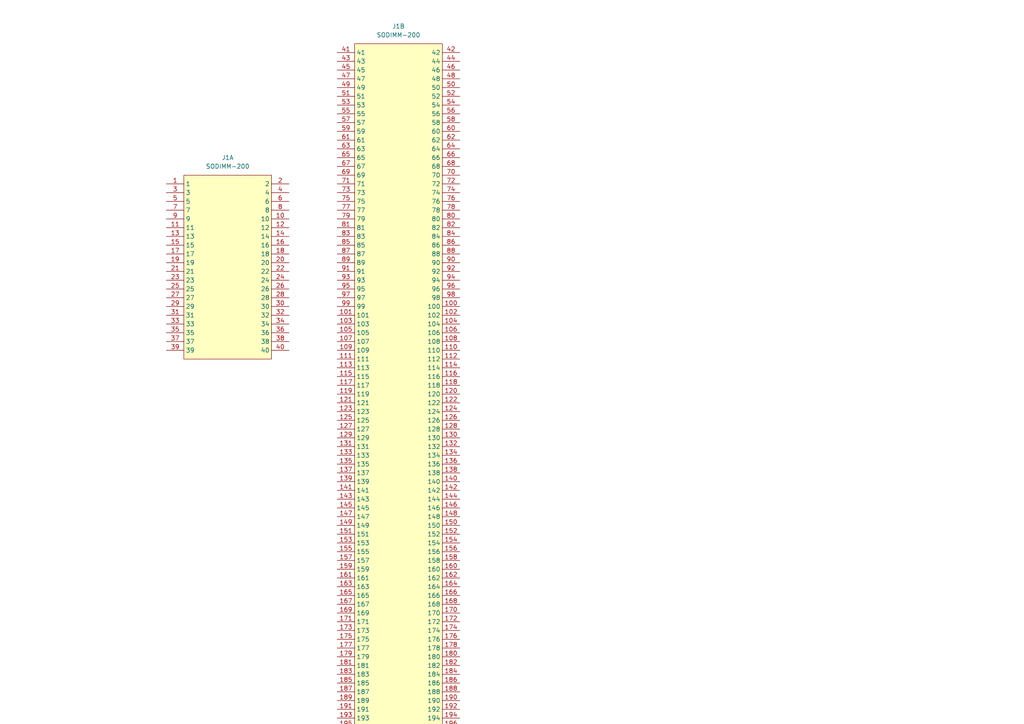
<source format=kicad_sch>
(kicad_sch (version 20231120) (generator "eeschema") (generator_version "8.0")
  (paper "A4")
  (lib_symbols
    (symbol "Connector:SODIMM-200"
      (property "Reference" "J" (at 0 1.27 0))
      (property "Value" "SODIMM-200" (at 0 -1.27 0))
      (symbol "SODIMM-200_1_1"
        (rectangle (start -12.7 25.4) (end 12.7 -27.94) (fill (type background)))
        (pin passive line (at -17.78 22.86 0) (length 5.08) (name "1") (number "1"))
        (pin passive line (at 17.78 12.7 180) (length 5.08) (name "10") (number "10"))
        (pin passive line (at -17.78 10.16 0) (length 5.08) (name "11") (number "11"))
        (pin passive line (at 17.78 10.16 180) (length 5.08) (name "12") (number "12"))
        (pin passive line (at -17.78 7.62 0) (length 5.08) (name "13") (number "13"))
        (pin passive line (at 17.78 7.62 180) (length 5.08) (name "14") (number "14"))
        (pin passive line (at -17.78 5.08 0) (length 5.08) (name "15") (number "15"))
        (pin passive line (at 17.78 5.08 180) (length 5.08) (name "16") (number "16"))
        (pin passive line (at -17.78 2.54 0) (length 5.08) (name "17") (number "17"))
        (pin passive line (at 17.78 2.54 180) (length 5.08) (name "18") (number "18"))
        (pin passive line (at -17.78 0 0) (length 5.08) (name "19") (number "19"))
        (pin passive line (at 17.78 22.86 180) (length 5.08) (name "2") (number "2"))
        (pin passive line (at 17.78 0 180) (length 5.08) (name "20") (number "20"))
        (pin passive line (at -17.78 -2.54 0) (length 5.08) (name "21") (number "21"))
        (pin passive line (at 17.78 -2.54 180) (length 5.08) (name "22") (number "22"))
        (pin passive line (at -17.78 -5.08 0) (length 5.08) (name "23") (number "23"))
        (pin passive line (at 17.78 -5.08 180) (length 5.08) (name "24") (number "24"))
        (pin passive line (at -17.78 -7.62 0) (length 5.08) (name "25") (number "25"))
        (pin passive line (at 17.78 -7.62 180) (length 5.08) (name "26") (number "26"))
        (pin passive line (at -17.78 -10.16 0) (length 5.08) (name "27") (number "27"))
        (pin passive line (at 17.78 -10.16 180) (length 5.08) (name "28") (number "28"))
        (pin passive line (at -17.78 -12.7 0) (length 5.08) (name "29") (number "29"))
        (pin passive line (at -17.78 20.32 0) (length 5.08) (name "3") (number "3"))
        (pin passive line (at 17.78 -12.7 180) (length 5.08) (name "30") (number "30"))
        (pin passive line (at -17.78 -15.24 0) (length 5.08) (name "31") (number "31"))
        (pin passive line (at 17.78 -15.24 180) (length 5.08) (name "32") (number "32"))
        (pin passive line (at -17.78 -17.78 0) (length 5.08) (name "33") (number "33"))
        (pin passive line (at 17.78 -17.78 180) (length 5.08) (name "34") (number "34"))
        (pin passive line (at -17.78 -20.32 0) (length 5.08) (name "35") (number "35"))
        (pin passive line (at 17.78 -20.32 180) (length 5.08) (name "36") (number "36"))
        (pin passive line (at -17.78 -22.86 0) (length 5.08) (name "37") (number "37"))
        (pin passive line (at 17.78 -22.86 180) (length 5.08) (name "38") (number "38"))
        (pin passive line (at -17.78 -25.4 0) (length 5.08) (name "39") (number "39"))
        (pin passive line (at 17.78 20.32 180) (length 5.08) (name "4") (number "4"))
        (pin passive line (at 17.78 -25.4 180) (length 5.08) (name "40") (number "40"))
        (pin passive line (at -17.78 17.78 0) (length 5.08) (name "5") (number "5"))
        (pin passive line (at 17.78 17.78 180) (length 5.08) (name "6") (number "6"))
        (pin passive line (at -17.78 15.24 0) (length 5.08) (name "7") (number "7"))
        (pin passive line (at 17.78 15.24 180) (length 5.08) (name "8") (number "8"))
        (pin passive line (at -17.78 12.7 0) (length 5.08) (name "9") (number "9"))
      )
      (symbol "SODIMM-200_2_1"
        (rectangle (start -12.7 -104.14) (end 12.7 101.6) (fill (type background)))
        (pin passive line (at 17.78 25.4 180) (length 5.08) (name "100") (number "100"))
        (pin passive line (at -17.78 22.86 0) (length 5.08) (name "101") (number "101"))
        (pin passive line (at 17.78 22.86 180) (length 5.08) (name "102") (number "102"))
        (pin passive line (at -17.78 20.32 0) (length 5.08) (name "103") (number "103"))
        (pin passive line (at 17.78 20.32 180) (length 5.08) (name "104") (number "104"))
        (pin passive line (at -17.78 17.78 0) (length 5.08) (name "105") (number "105"))
        (pin passive line (at 17.78 17.78 180) (length 5.08) (name "106") (number "106"))
        (pin passive line (at -17.78 15.24 0) (length 5.08) (name "107") (number "107"))
        (pin passive line (at 17.78 15.24 180) (length 5.08) (name "108") (number "108"))
        (pin passive line (at -17.78 12.7 0) (length 5.08) (name "109") (number "109"))
        (pin passive line (at 17.78 12.7 180) (length 5.08) (name "110") (number "110"))
        (pin passive line (at -17.78 10.16 0) (length 5.08) (name "111") (number "111"))
        (pin passive line (at 17.78 10.16 180) (length 5.08) (name "112") (number "112"))
        (pin passive line (at -17.78 7.62 0) (length 5.08) (name "113") (number "113"))
        (pin passive line (at 17.78 7.62 180) (length 5.08) (name "114") (number "114"))
        (pin passive line (at -17.78 5.08 0) (length 5.08) (name "115") (number "115"))
        (pin passive line (at 17.78 5.08 180) (length 5.08) (name "116") (number "116"))
        (pin passive line (at -17.78 2.54 0) (length 5.08) (name "117") (number "117"))
        (pin passive line (at 17.78 2.54 180) (length 5.08) (name "118") (number "118"))
        (pin passive line (at -17.78 0 0) (length 5.08) (name "119") (number "119"))
        (pin passive line (at 17.78 0 180) (length 5.08) (name "120") (number "120"))
        (pin passive line (at -17.78 -2.54 0) (length 5.08) (name "121") (number "121"))
        (pin passive line (at 17.78 -2.54 180) (length 5.08) (name "122") (number "122"))
        (pin passive line (at -17.78 -5.08 0) (length 5.08) (name "123") (number "123"))
        (pin passive line (at 17.78 -5.08 180) (length 5.08) (name "124") (number "124"))
        (pin passive line (at -17.78 -7.62 0) (length 5.08) (name "125") (number "125"))
        (pin passive line (at 17.78 -7.62 180) (length 5.08) (name "126") (number "126"))
        (pin passive line (at -17.78 -10.16 0) (length 5.08) (name "127") (number "127"))
        (pin passive line (at 17.78 -10.16 180) (length 5.08) (name "128") (number "128"))
        (pin passive line (at -17.78 -12.7 0) (length 5.08) (name "129") (number "129"))
        (pin passive line (at 17.78 -12.7 180) (length 5.08) (name "130") (number "130"))
        (pin passive line (at -17.78 -15.24 0) (length 5.08) (name "131") (number "131"))
        (pin passive line (at 17.78 -15.24 180) (length 5.08) (name "132") (number "132"))
        (pin passive line (at -17.78 -17.78 0) (length 5.08) (name "133") (number "133"))
        (pin passive line (at 17.78 -17.78 180) (length 5.08) (name "134") (number "134"))
        (pin passive line (at -17.78 -20.32 0) (length 5.08) (name "135") (number "135"))
        (pin passive line (at 17.78 -20.32 180) (length 5.08) (name "136") (number "136"))
        (pin passive line (at -17.78 -22.86 0) (length 5.08) (name "137") (number "137"))
        (pin passive line (at 17.78 -22.86 180) (length 5.08) (name "138") (number "138"))
        (pin passive line (at -17.78 -25.4 0) (length 5.08) (name "139") (number "139"))
        (pin passive line (at 17.78 -25.4 180) (length 5.08) (name "140") (number "140"))
        (pin passive line (at -17.78 -27.94 0) (length 5.08) (name "141") (number "141"))
        (pin passive line (at 17.78 -27.94 180) (length 5.08) (name "142") (number "142"))
        (pin passive line (at -17.78 -30.48 0) (length 5.08) (name "143") (number "143"))
        (pin passive line (at 17.78 -30.48 180) (length 5.08) (name "144") (number "144"))
        (pin passive line (at -17.78 -33.02 0) (length 5.08) (name "145") (number "145"))
        (pin passive line (at 17.78 -33.02 180) (length 5.08) (name "146") (number "146"))
        (pin passive line (at -17.78 -35.56 0) (length 5.08) (name "147") (number "147"))
        (pin passive line (at 17.78 -35.56 180) (length 5.08) (name "148") (number "148"))
        (pin passive line (at -17.78 -38.1 0) (length 5.08) (name "149") (number "149"))
        (pin passive line (at 17.78 -38.1 180) (length 5.08) (name "150") (number "150"))
        (pin passive line (at -17.78 -40.64 0) (length 5.08) (name "151") (number "151"))
        (pin passive line (at 17.78 -40.64 180) (length 5.08) (name "152") (number "152"))
        (pin passive line (at -17.78 -43.18 0) (length 5.08) (name "153") (number "153"))
        (pin passive line (at 17.78 -43.18 180) (length 5.08) (name "154") (number "154"))
        (pin passive line (at -17.78 -45.72 0) (length 5.08) (name "155") (number "155"))
        (pin passive line (at 17.78 -45.72 180) (length 5.08) (name "156") (number "156"))
        (pin passive line (at -17.78 -48.26 0) (length 5.08) (name "157") (number "157"))
        (pin passive line (at 17.78 -48.26 180) (length 5.08) (name "158") (number "158"))
        (pin passive line (at -17.78 -50.8 0) (length 5.08) (name "159") (number "159"))
        (pin passive line (at 17.78 -50.8 180) (length 5.08) (name "160") (number "160"))
        (pin passive line (at -17.78 -53.34 0) (length 5.08) (name "161") (number "161"))
        (pin passive line (at 17.78 -53.34 180) (length 5.08) (name "162") (number "162"))
        (pin passive line (at -17.78 -55.88 0) (length 5.08) (name "163") (number "163"))
        (pin passive line (at 17.78 -55.88 180) (length 5.08) (name "164") (number "164"))
        (pin passive line (at -17.78 -58.42 0) (length 5.08) (name "165") (number "165"))
        (pin passive line (at 17.78 -58.42 180) (length 5.08) (name "166") (number "166"))
        (pin passive line (at -17.78 -60.96 0) (length 5.08) (name "167") (number "167"))
        (pin passive line (at 17.78 -60.96 180) (length 5.08) (name "168") (number "168"))
        (pin passive line (at -17.78 -63.5 0) (length 5.08) (name "169") (number "169"))
        (pin passive line (at 17.78 -63.5 180) (length 5.08) (name "170") (number "170"))
        (pin passive line (at -17.78 -66.04 0) (length 5.08) (name "171") (number "171"))
        (pin passive line (at 17.78 -66.04 180) (length 5.08) (name "172") (number "172"))
        (pin passive line (at -17.78 -68.58 0) (length 5.08) (name "173") (number "173"))
        (pin passive line (at 17.78 -68.58 180) (length 5.08) (name "174") (number "174"))
        (pin passive line (at -17.78 -71.12 0) (length 5.08) (name "175") (number "175"))
        (pin passive line (at 17.78 -71.12 180) (length 5.08) (name "176") (number "176"))
        (pin passive line (at -17.78 -73.66 0) (length 5.08) (name "177") (number "177"))
        (pin passive line (at 17.78 -73.66 180) (length 5.08) (name "178") (number "178"))
        (pin passive line (at -17.78 -76.2 0) (length 5.08) (name "179") (number "179"))
        (pin passive line (at 17.78 -76.2 180) (length 5.08) (name "180") (number "180"))
        (pin passive line (at -17.78 -78.74 0) (length 5.08) (name "181") (number "181"))
        (pin passive line (at 17.78 -78.74 180) (length 5.08) (name "182") (number "182"))
        (pin passive line (at -17.78 -81.28 0) (length 5.08) (name "183") (number "183"))
        (pin passive line (at 17.78 -81.28 180) (length 5.08) (name "184") (number "184"))
        (pin passive line (at -17.78 -83.82 0) (length 5.08) (name "185") (number "185"))
        (pin passive line (at 17.78 -83.82 180) (length 5.08) (name "186") (number "186"))
        (pin passive line (at -17.78 -86.36 0) (length 5.08) (name "187") (number "187"))
        (pin passive line (at 17.78 -86.36 180) (length 5.08) (name "188") (number "188"))
        (pin passive line (at -17.78 -88.9 0) (length 5.08) (name "189") (number "189"))
        (pin passive line (at 17.78 -88.9 180) (length 5.08) (name "190") (number "190"))
        (pin passive line (at -17.78 -91.44 0) (length 5.08) (name "191") (number "191"))
        (pin passive line (at 17.78 -91.44 180) (length 5.08) (name "192") (number "192"))
        (pin passive line (at -17.78 -93.98 0) (length 5.08) (name "193") (number "193"))
        (pin passive line (at 17.78 -93.98 180) (length 5.08) (name "194") (number "194"))
        (pin passive line (at -17.78 -96.52 0) (length 5.08) (name "195") (number "195"))
        (pin passive line (at 17.78 -96.52 180) (length 5.08) (name "196") (number "196"))
        (pin passive line (at -17.78 -99.06 0) (length 5.08) (name "197") (number "197"))
        (pin passive line (at 17.78 -99.06 180) (length 5.08) (name "198") (number "198"))
        (pin passive line (at -17.78 -101.6 0) (length 5.08) (name "199") (number "199"))
        (pin passive line (at 17.78 -101.6 180) (length 5.08) (name "200") (number "200"))
        (pin passive line (at -17.78 99.06 0) (length 5.08) (name "41") (number "41"))
        (pin passive line (at 17.78 99.06 180) (length 5.08) (name "42") (number "42"))
        (pin passive line (at -17.78 96.52 0) (length 5.08) (name "43") (number "43"))
        (pin passive line (at 17.78 96.52 180) (length 5.08) (name "44") (number "44"))
        (pin passive line (at -17.78 93.98 0) (length 5.08) (name "45") (number "45"))
        (pin passive line (at 17.78 93.98 180) (length 5.08) (name "46") (number "46"))
        (pin passive line (at -17.78 91.44 0) (length 5.08) (name "47") (number "47"))
        (pin passive line (at 17.78 91.44 180) (length 5.08) (name "48") (number "48"))
        (pin passive line (at -17.78 88.9 0) (length 5.08) (name "49") (number "49"))
        (pin passive line (at 17.78 88.9 180) (length 5.08) (name "50") (number "50"))
        (pin passive line (at -17.78 86.36 0) (length 5.08) (name "51") (number "51"))
        (pin passive line (at 17.78 86.36 180) (length 5.08) (name "52") (number "52"))
        (pin passive line (at -17.78 83.82 0) (length 5.08) (name "53") (number "53"))
        (pin passive line (at 17.78 83.82 180) (length 5.08) (name "54") (number "54"))
        (pin passive line (at -17.78 81.28 0) (length 5.08) (name "55") (number "55"))
        (pin passive line (at 17.78 81.28 180) (length 5.08) (name "56") (number "56"))
        (pin passive line (at -17.78 78.74 0) (length 5.08) (name "57") (number "57"))
        (pin passive line (at 17.78 78.74 180) (length 5.08) (name "58") (number "58"))
        (pin passive line (at -17.78 76.2 0) (length 5.08) (name "59") (number "59"))
        (pin passive line (at 17.78 76.2 180) (length 5.08) (name "60") (number "60"))
        (pin passive line (at -17.78 73.66 0) (length 5.08) (name "61") (number "61"))
        (pin passive line (at 17.78 73.66 180) (length 5.08) (name "62") (number "62"))
        (pin passive line (at -17.78 71.12 0) (length 5.08) (name "63") (number "63"))
        (pin passive line (at 17.78 71.12 180) (length 5.08) (name "64") (number "64"))
        (pin passive line (at -17.78 68.58 0) (length 5.08) (name "65") (number "65"))
        (pin passive line (at 17.78 68.58 180) (length 5.08) (name "66") (number "66"))
        (pin passive line (at -17.78 66.04 0) (length 5.08) (name "67") (number "67"))
        (pin passive line (at 17.78 66.04 180) (length 5.08) (name "68") (number "68"))
        (pin passive line (at -17.78 63.5 0) (length 5.08) (name "69") (number "69"))
        (pin passive line (at 17.78 63.5 180) (length 5.08) (name "70") (number "70"))
        (pin passive line (at -17.78 60.96 0) (length 5.08) (name "71") (number "71"))
        (pin passive line (at 17.78 60.96 180) (length 5.08) (name "72") (number "72"))
        (pin passive line (at -17.78 58.42 0) (length 5.08) (name "73") (number "73"))
        (pin passive line (at 17.78 58.42 180) (length 5.08) (name "74") (number "74"))
        (pin passive line (at -17.78 55.88 0) (length 5.08) (name "75") (number "75"))
        (pin passive line (at 17.78 55.88 180) (length 5.08) (name "76") (number "76"))
        (pin passive line (at -17.78 53.34 0) (length 5.08) (name "77") (number "77"))
        (pin passive line (at 17.78 53.34 180) (length 5.08) (name "78") (number "78"))
        (pin passive line (at -17.78 50.8 0) (length 5.08) (name "79") (number "79"))
        (pin passive line (at 17.78 50.8 180) (length 5.08) (name "80") (number "80"))
        (pin passive line (at -17.78 48.26 0) (length 5.08) (name "81") (number "81"))
        (pin passive line (at 17.78 48.26 180) (length 5.08) (name "82") (number "82"))
        (pin passive line (at -17.78 45.72 0) (length 5.08) (name "83") (number "83"))
        (pin passive line (at 17.78 45.72 180) (length 5.08) (name "84") (number "84"))
        (pin passive line (at -17.78 43.18 0) (length 5.08) (name "85") (number "85"))
        (pin passive line (at 17.78 43.18 180) (length 5.08) (name "86") (number "86"))
        (pin passive line (at -17.78 40.64 0) (length 5.08) (name "87") (number "87"))
        (pin passive line (at 17.78 40.64 180) (length 5.08) (name "88") (number "88"))
        (pin passive line (at -17.78 38.1 0) (length 5.08) (name "89") (number "89"))
        (pin passive line (at 17.78 38.1 180) (length 5.08) (name "90") (number "90"))
        (pin passive line (at -17.78 35.56 0) (length 5.08) (name "91") (number "91"))
        (pin passive line (at 17.78 35.56 180) (length 5.08) (name "92") (number "92"))
        (pin passive line (at -17.78 33.02 0) (length 5.08) (name "93") (number "93"))
        (pin passive line (at 17.78 33.02 180) (length 5.08) (name "94") (number "94"))
        (pin passive line (at -17.78 30.48 0) (length 5.08) (name "95") (number "95"))
        (pin passive line (at 17.78 30.48 180) (length 5.08) (name "96") (number "96"))
        (pin passive line (at -17.78 27.94 0) (length 5.08) (name "97") (number "97"))
        (pin passive line (at 17.78 27.94 180) (length 5.08) (name "98") (number "98"))
        (pin passive line (at -17.78 25.4 0) (length 5.08) (name "99") (number "99"))
      )
    )
  )
  (symbol (lib_id "Connector:SODIMM-200") (at 66.04 76.2 0) (unit 1)
    (property "Reference" "J1" (at 66.04 45.72 0))
    (property "Value" "SODIMM-200" (at 66.04 48.26 0))
    (property "Footprint" "Connector_PCBEdge:SODIMM-200_2.5V_Card_edge" (effects (hide yes)))
    (property "Description" "SODIMM 200 Pin socket" (effects (hide yes)))
  )
  (symbol (lib_id "Connector:SODIMM-200") (at 115.57 114.3 0) (unit 2)
    (property "Reference" "J1" (at 115.57 7.62 0))
    (property "Value" "SODIMM-200" (at 115.57 10.16 0))
    (property "Footprint" "Connector_PCBEdge:SODIMM-200_2.5V_Card_edge" (effects (hide yes)))
    (property "Description" "SODIMM 200 Pin socket" (effects (hide yes)))
  )
)
</source>
